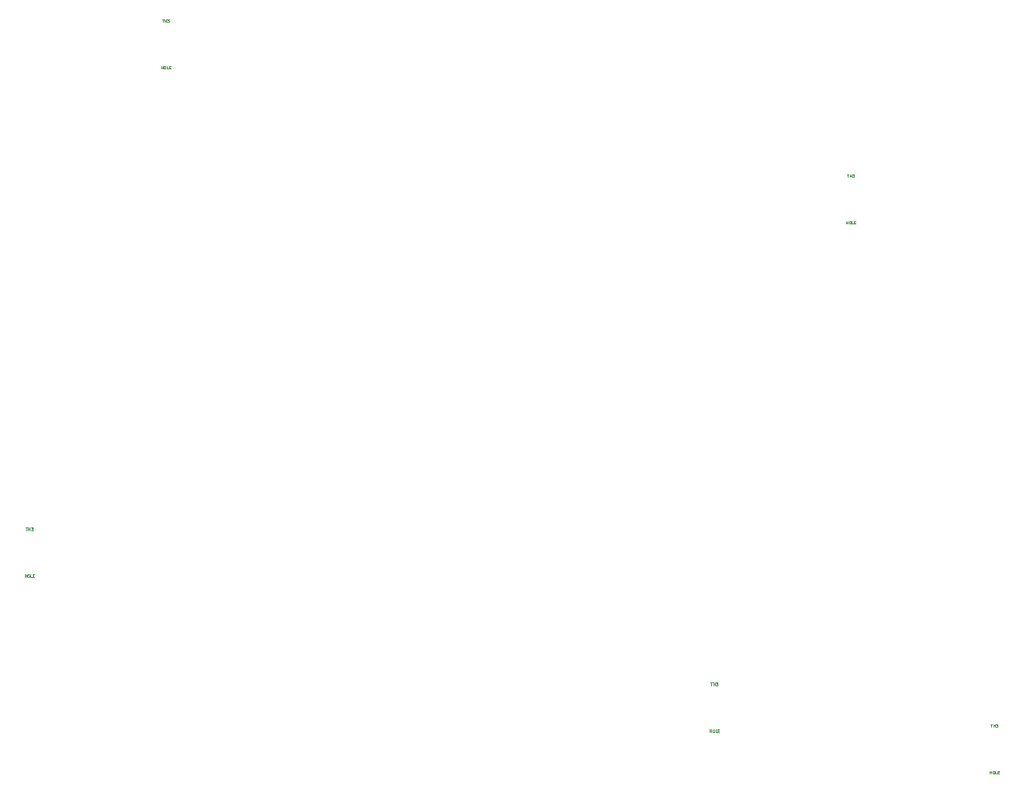
<source format=gto>
G04 #@! TF.GenerationSoftware,KiCad,Pcbnew,8.0.2*
G04 #@! TF.CreationDate,2024-06-03T01:20:00+01:00*
G04 #@! TF.ProjectId,Ashwing66_baseplate,41736877-696e-4673-9636-5f6261736570,1*
G04 #@! TF.SameCoordinates,Original*
G04 #@! TF.FileFunction,Legend,Top*
G04 #@! TF.FilePolarity,Positive*
%FSLAX46Y46*%
G04 Gerber Fmt 4.6, Leading zero omitted, Abs format (unit mm)*
G04 Created by KiCad (PCBNEW 8.0.2) date 2024-06-03 01:20:00*
%MOMM*%
%LPD*%
G01*
G04 APERTURE LIST*
%ADD10C,0.074930*%
%ADD11C,4.000000*%
G04 APERTURE END LIST*
D10*
X182019458Y-188735028D02*
X182190727Y-188735028D01*
X182105093Y-189034748D02*
X182105093Y-188735028D01*
X182290633Y-189034748D02*
X182290633Y-188735028D01*
X182290633Y-188877752D02*
X182461902Y-188877752D01*
X182461902Y-189034748D02*
X182461902Y-188735028D01*
X182576081Y-188735028D02*
X182761622Y-188735028D01*
X182761622Y-188735028D02*
X182661715Y-188849207D01*
X182661715Y-188849207D02*
X182704532Y-188849207D01*
X182704532Y-188849207D02*
X182733077Y-188863479D01*
X182733077Y-188863479D02*
X182747349Y-188877752D01*
X182747349Y-188877752D02*
X182761622Y-188906296D01*
X182761622Y-188906296D02*
X182761622Y-188977658D01*
X182761622Y-188977658D02*
X182747349Y-189006203D01*
X182747349Y-189006203D02*
X182733077Y-189020476D01*
X182733077Y-189020476D02*
X182704532Y-189034748D01*
X182704532Y-189034748D02*
X182618898Y-189034748D01*
X182618898Y-189034748D02*
X182590353Y-189020476D01*
X182590353Y-189020476D02*
X182576081Y-189006203D01*
X181905280Y-194114748D02*
X181905280Y-193815028D01*
X181905280Y-193957752D02*
X182076549Y-193957752D01*
X182076549Y-194114748D02*
X182076549Y-193815028D01*
X182276362Y-193815028D02*
X182333451Y-193815028D01*
X182333451Y-193815028D02*
X182361996Y-193829300D01*
X182361996Y-193829300D02*
X182390541Y-193857845D01*
X182390541Y-193857845D02*
X182404813Y-193914935D01*
X182404813Y-193914935D02*
X182404813Y-194014841D01*
X182404813Y-194014841D02*
X182390541Y-194071931D01*
X182390541Y-194071931D02*
X182361996Y-194100476D01*
X182361996Y-194100476D02*
X182333451Y-194114748D01*
X182333451Y-194114748D02*
X182276362Y-194114748D01*
X182276362Y-194114748D02*
X182247817Y-194100476D01*
X182247817Y-194100476D02*
X182219272Y-194071931D01*
X182219272Y-194071931D02*
X182205000Y-194014841D01*
X182205000Y-194014841D02*
X182205000Y-193914935D01*
X182205000Y-193914935D02*
X182219272Y-193857845D01*
X182219272Y-193857845D02*
X182247817Y-193829300D01*
X182247817Y-193829300D02*
X182276362Y-193815028D01*
X182675988Y-194114748D02*
X182533264Y-194114748D01*
X182533264Y-194114748D02*
X182533264Y-193815028D01*
X182775894Y-193957752D02*
X182875801Y-193957752D01*
X182918618Y-194114748D02*
X182775894Y-194114748D01*
X182775894Y-194114748D02*
X182775894Y-193815028D01*
X182775894Y-193815028D02*
X182918618Y-193815028D01*
X151628705Y-184215317D02*
X151799974Y-184215317D01*
X151714340Y-184515037D02*
X151714340Y-184215317D01*
X151899880Y-184515037D02*
X151899880Y-184215317D01*
X151899880Y-184358041D02*
X152071149Y-184358041D01*
X152071149Y-184515037D02*
X152071149Y-184215317D01*
X152185328Y-184215317D02*
X152370869Y-184215317D01*
X152370869Y-184215317D02*
X152270962Y-184329496D01*
X152270962Y-184329496D02*
X152313779Y-184329496D01*
X152313779Y-184329496D02*
X152342324Y-184343768D01*
X152342324Y-184343768D02*
X152356596Y-184358041D01*
X152356596Y-184358041D02*
X152370869Y-184386585D01*
X152370869Y-184386585D02*
X152370869Y-184457947D01*
X152370869Y-184457947D02*
X152356596Y-184486492D01*
X152356596Y-184486492D02*
X152342324Y-184500765D01*
X152342324Y-184500765D02*
X152313779Y-184515037D01*
X152313779Y-184515037D02*
X152228145Y-184515037D01*
X152228145Y-184515037D02*
X152199600Y-184500765D01*
X152199600Y-184500765D02*
X152185328Y-184486492D01*
X151514527Y-189595037D02*
X151514527Y-189295317D01*
X151514527Y-189438041D02*
X151685796Y-189438041D01*
X151685796Y-189595037D02*
X151685796Y-189295317D01*
X151885609Y-189295317D02*
X151942698Y-189295317D01*
X151942698Y-189295317D02*
X151971243Y-189309589D01*
X151971243Y-189309589D02*
X151999788Y-189338134D01*
X151999788Y-189338134D02*
X152014060Y-189395224D01*
X152014060Y-189395224D02*
X152014060Y-189495130D01*
X152014060Y-189495130D02*
X151999788Y-189552220D01*
X151999788Y-189552220D02*
X151971243Y-189580765D01*
X151971243Y-189580765D02*
X151942698Y-189595037D01*
X151942698Y-189595037D02*
X151885609Y-189595037D01*
X151885609Y-189595037D02*
X151857064Y-189580765D01*
X151857064Y-189580765D02*
X151828519Y-189552220D01*
X151828519Y-189552220D02*
X151814247Y-189495130D01*
X151814247Y-189495130D02*
X151814247Y-189395224D01*
X151814247Y-189395224D02*
X151828519Y-189338134D01*
X151828519Y-189338134D02*
X151857064Y-189309589D01*
X151857064Y-189309589D02*
X151885609Y-189295317D01*
X152285235Y-189595037D02*
X152142511Y-189595037D01*
X152142511Y-189595037D02*
X152142511Y-189295317D01*
X152385141Y-189438041D02*
X152485048Y-189438041D01*
X152527865Y-189595037D02*
X152385141Y-189595037D01*
X152385141Y-189595037D02*
X152385141Y-189295317D01*
X152385141Y-189295317D02*
X152527865Y-189295317D01*
X166433154Y-128964361D02*
X166604423Y-128964361D01*
X166518789Y-129264081D02*
X166518789Y-128964361D01*
X166704329Y-129264081D02*
X166704329Y-128964361D01*
X166704329Y-129107085D02*
X166875598Y-129107085D01*
X166875598Y-129264081D02*
X166875598Y-128964361D01*
X166989777Y-128964361D02*
X167175318Y-128964361D01*
X167175318Y-128964361D02*
X167075411Y-129078540D01*
X167075411Y-129078540D02*
X167118228Y-129078540D01*
X167118228Y-129078540D02*
X167146773Y-129092812D01*
X167146773Y-129092812D02*
X167161045Y-129107085D01*
X167161045Y-129107085D02*
X167175318Y-129135629D01*
X167175318Y-129135629D02*
X167175318Y-129206991D01*
X167175318Y-129206991D02*
X167161045Y-129235536D01*
X167161045Y-129235536D02*
X167146773Y-129249809D01*
X167146773Y-129249809D02*
X167118228Y-129264081D01*
X167118228Y-129264081D02*
X167032594Y-129264081D01*
X167032594Y-129264081D02*
X167004049Y-129249809D01*
X167004049Y-129249809D02*
X166989777Y-129235536D01*
X166318976Y-134344081D02*
X166318976Y-134044361D01*
X166318976Y-134187085D02*
X166490245Y-134187085D01*
X166490245Y-134344081D02*
X166490245Y-134044361D01*
X166690058Y-134044361D02*
X166747147Y-134044361D01*
X166747147Y-134044361D02*
X166775692Y-134058633D01*
X166775692Y-134058633D02*
X166804237Y-134087178D01*
X166804237Y-134087178D02*
X166818509Y-134144268D01*
X166818509Y-134144268D02*
X166818509Y-134244174D01*
X166818509Y-134244174D02*
X166804237Y-134301264D01*
X166804237Y-134301264D02*
X166775692Y-134329809D01*
X166775692Y-134329809D02*
X166747147Y-134344081D01*
X166747147Y-134344081D02*
X166690058Y-134344081D01*
X166690058Y-134344081D02*
X166661513Y-134329809D01*
X166661513Y-134329809D02*
X166632968Y-134301264D01*
X166632968Y-134301264D02*
X166618696Y-134244174D01*
X166618696Y-134244174D02*
X166618696Y-134144268D01*
X166618696Y-134144268D02*
X166632968Y-134087178D01*
X166632968Y-134087178D02*
X166661513Y-134058633D01*
X166661513Y-134058633D02*
X166690058Y-134044361D01*
X167089684Y-134344081D02*
X166946960Y-134344081D01*
X166946960Y-134344081D02*
X166946960Y-134044361D01*
X167189590Y-134187085D02*
X167289497Y-134187085D01*
X167332314Y-134344081D02*
X167189590Y-134344081D01*
X167189590Y-134344081D02*
X167189590Y-134044361D01*
X167189590Y-134044361D02*
X167332314Y-134044361D01*
X92059620Y-112115978D02*
X92230889Y-112115978D01*
X92145255Y-112415698D02*
X92145255Y-112115978D01*
X92330795Y-112415698D02*
X92330795Y-112115978D01*
X92330795Y-112258702D02*
X92502064Y-112258702D01*
X92502064Y-112415698D02*
X92502064Y-112115978D01*
X92616243Y-112115978D02*
X92801784Y-112115978D01*
X92801784Y-112115978D02*
X92701877Y-112230157D01*
X92701877Y-112230157D02*
X92744694Y-112230157D01*
X92744694Y-112230157D02*
X92773239Y-112244429D01*
X92773239Y-112244429D02*
X92787511Y-112258702D01*
X92787511Y-112258702D02*
X92801784Y-112287246D01*
X92801784Y-112287246D02*
X92801784Y-112358608D01*
X92801784Y-112358608D02*
X92787511Y-112387153D01*
X92787511Y-112387153D02*
X92773239Y-112401426D01*
X92773239Y-112401426D02*
X92744694Y-112415698D01*
X92744694Y-112415698D02*
X92659060Y-112415698D01*
X92659060Y-112415698D02*
X92630515Y-112401426D01*
X92630515Y-112401426D02*
X92616243Y-112387153D01*
X91945442Y-117495698D02*
X91945442Y-117195978D01*
X91945442Y-117338702D02*
X92116711Y-117338702D01*
X92116711Y-117495698D02*
X92116711Y-117195978D01*
X92316524Y-117195978D02*
X92373613Y-117195978D01*
X92373613Y-117195978D02*
X92402158Y-117210250D01*
X92402158Y-117210250D02*
X92430703Y-117238795D01*
X92430703Y-117238795D02*
X92444975Y-117295885D01*
X92444975Y-117295885D02*
X92444975Y-117395791D01*
X92444975Y-117395791D02*
X92430703Y-117452881D01*
X92430703Y-117452881D02*
X92402158Y-117481426D01*
X92402158Y-117481426D02*
X92373613Y-117495698D01*
X92373613Y-117495698D02*
X92316524Y-117495698D01*
X92316524Y-117495698D02*
X92287979Y-117481426D01*
X92287979Y-117481426D02*
X92259434Y-117452881D01*
X92259434Y-117452881D02*
X92245162Y-117395791D01*
X92245162Y-117395791D02*
X92245162Y-117295885D01*
X92245162Y-117295885D02*
X92259434Y-117238795D01*
X92259434Y-117238795D02*
X92287979Y-117210250D01*
X92287979Y-117210250D02*
X92316524Y-117195978D01*
X92716150Y-117495698D02*
X92573426Y-117495698D01*
X92573426Y-117495698D02*
X92573426Y-117195978D01*
X92816056Y-117338702D02*
X92915963Y-117338702D01*
X92958780Y-117495698D02*
X92816056Y-117495698D01*
X92816056Y-117495698D02*
X92816056Y-117195978D01*
X92816056Y-117195978D02*
X92958780Y-117195978D01*
X77255171Y-167366935D02*
X77426440Y-167366935D01*
X77340806Y-167666655D02*
X77340806Y-167366935D01*
X77526346Y-167666655D02*
X77526346Y-167366935D01*
X77526346Y-167509659D02*
X77697615Y-167509659D01*
X77697615Y-167666655D02*
X77697615Y-167366935D01*
X77811794Y-167366935D02*
X77997335Y-167366935D01*
X77997335Y-167366935D02*
X77897428Y-167481114D01*
X77897428Y-167481114D02*
X77940245Y-167481114D01*
X77940245Y-167481114D02*
X77968790Y-167495386D01*
X77968790Y-167495386D02*
X77983062Y-167509659D01*
X77983062Y-167509659D02*
X77997335Y-167538203D01*
X77997335Y-167538203D02*
X77997335Y-167609565D01*
X77997335Y-167609565D02*
X77983062Y-167638110D01*
X77983062Y-167638110D02*
X77968790Y-167652383D01*
X77968790Y-167652383D02*
X77940245Y-167666655D01*
X77940245Y-167666655D02*
X77854611Y-167666655D01*
X77854611Y-167666655D02*
X77826066Y-167652383D01*
X77826066Y-167652383D02*
X77811794Y-167638110D01*
X77140993Y-172746655D02*
X77140993Y-172446935D01*
X77140993Y-172589659D02*
X77312262Y-172589659D01*
X77312262Y-172746655D02*
X77312262Y-172446935D01*
X77512075Y-172446935D02*
X77569164Y-172446935D01*
X77569164Y-172446935D02*
X77597709Y-172461207D01*
X77597709Y-172461207D02*
X77626254Y-172489752D01*
X77626254Y-172489752D02*
X77640526Y-172546842D01*
X77640526Y-172546842D02*
X77640526Y-172646748D01*
X77640526Y-172646748D02*
X77626254Y-172703838D01*
X77626254Y-172703838D02*
X77597709Y-172732383D01*
X77597709Y-172732383D02*
X77569164Y-172746655D01*
X77569164Y-172746655D02*
X77512075Y-172746655D01*
X77512075Y-172746655D02*
X77483530Y-172732383D01*
X77483530Y-172732383D02*
X77454985Y-172703838D01*
X77454985Y-172703838D02*
X77440713Y-172646748D01*
X77440713Y-172646748D02*
X77440713Y-172546842D01*
X77440713Y-172546842D02*
X77454985Y-172489752D01*
X77454985Y-172489752D02*
X77483530Y-172461207D01*
X77483530Y-172461207D02*
X77512075Y-172446935D01*
X77911701Y-172746655D02*
X77768977Y-172746655D01*
X77768977Y-172746655D02*
X77768977Y-172446935D01*
X78011607Y-172589659D02*
X78111514Y-172589659D01*
X78154331Y-172746655D02*
X78011607Y-172746655D01*
X78011607Y-172746655D02*
X78011607Y-172446935D01*
X78011607Y-172446935D02*
X78154331Y-172446935D01*
%LPC*%
D11*
X182412813Y-191449989D03*
X152022060Y-186930278D03*
X166826509Y-131679322D03*
X92452975Y-114830939D03*
X77648526Y-170081896D03*
X347204984Y-170154664D03*
X258026999Y-131752090D03*
X332400534Y-114903706D03*
X242440696Y-191522758D03*
X272831448Y-187003047D03*
%LPD*%
M02*

</source>
